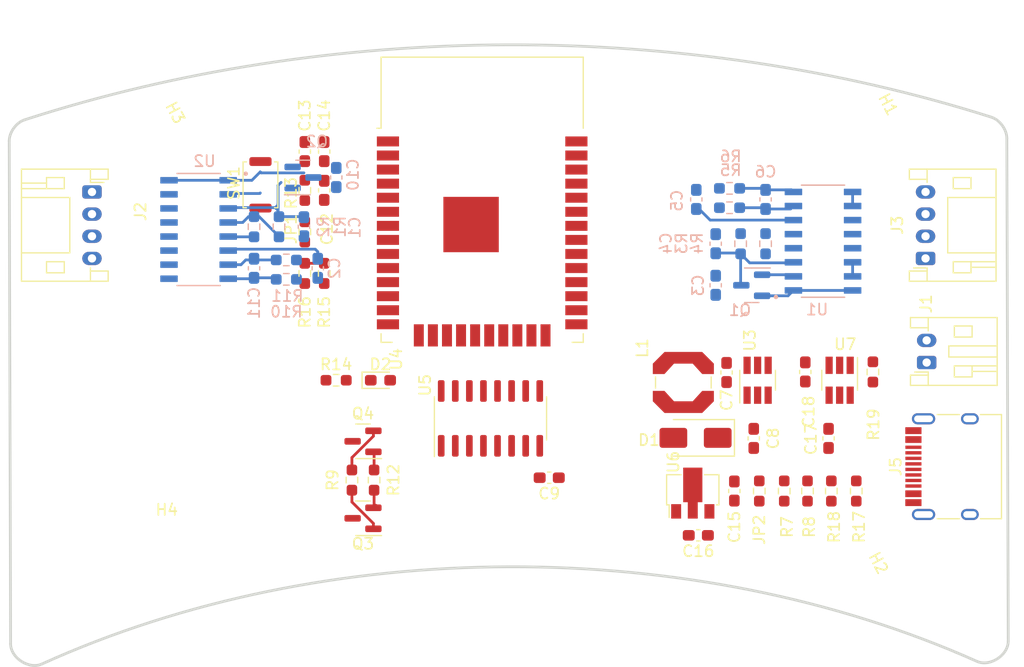
<source format=kicad_pcb>
(kicad_pcb (version 20221018) (generator pcbnew)
  (layers (0 "F.Cu" signal) (31 "B.Cu" signal) (34 "B.Paste" user) (35 "F.Paste" user) (36 "B.SilkS" user "B.Silkscreen") (37 "F.SilkS" user "F.Silkscreen") (38 "B.Mask" user) (39 "F.Mask" user) (44 "Edge.Cuts" user))
  (net 0 "")
  (net 1 "Net-(Q2-E)")
  (net 2 "GND")
  (net 3 "Net-(Q2-B)")
  (net 4 "Net-(U2-VBG)")
  (net 5 "Net-(U2-VFB)")
  (net 6 "Net-(U2-AGND)")
  (net 9 "/E+")
  (net 10 "Net-(Q1-E)")
  (net 11 "Net-(U1-VBG)")
  (net 12 "Net-(U1-INNA)")
  (net 13 "Net-(U1-INPA)")
  (net 14 "Net-(U2-INNA)")
  (net 15 "Net-(U2-INPA)")
  (net 16 "Net-(Q1-B)")
  (net 17 "/S-")
  (net 18 "/S+")
  (net 19 "Net-(U1-VFB)")
  (net 49 "Net-(U1-AGND)")
  (net 53 "+5V")
  (net 54 "/SW")
  (net 55 "Net-(U3-FB)")
  (net 56 "+BATT")
  (net 68 "/E+_1")
  (net 69 "/S+_1")
  (net 70 "/S-_1")
  (net 71 "+3.3V")
  (net 72 "ESP_EN")
  (net 73 "VCC")
  (net 74 "Net-(D2-K)")
  (net 75 "IO2")
  (net 76 "Net-(Q3-B)")
  (net 77 "RTS")
  (net 78 "Net-(Q4-B)")
  (net 79 "DTR")
  (net 80 "IO0")
  (net 81 "TX0")
  (net 82 "RX0")
  (net 83 "BTSENS")
  (net 84 "DP")
  (net 85 "DN")
  (net 93 "Net-(JP2-B)")
  (net 94 "VBUS")
  (net 95 "Net-(J5-CC1)")
  (net 97 "Net-(J5-CC2)")
  (net 100 "Net-(U7-PROG)")
  (footprint "Connector_JST:JST_PH_S4B-PH-K_1x04_P2.00mm_Horizontal" (layer "F.Cu") (at 107.8 88.555 -90)
    (fp_text reference "J2" (at 1.770273 -4.374152 90) (layer "F.SilkS"))
    (fp_text value "Conn_01x04")
    (pad "1" thru_hole roundrect (at 0 0 270) (size 1.2 1.75) (drill 0.75) (layers "*.Cu" "*.Mask") (roundrect_rratio 0.208333))
    (pad "2" thru_hole oval (at 2 0 270) (size 1.2 1.75) (drill 0.75) (layers "*.Cu" "*.Mask"))
    (pad "3" thru_hole oval (at 4 0 270) (size 1.2 1.75) (drill 0.75) (layers "*.Cu" "*.Mask"))
    (pad "4" thru_hole oval (at 6 0 270) (size 1.2 1.75) (drill 0.75) (layers "*.Cu" "*.Mask"))
  )
  (footprint "Resistor_SMD:R_0603_1608Metric_Pad0.98x0.95mm_HandSolder" (layer "F.Cu") (at 170.25 115.555 90)
    (fp_text reference "R7" (at -3.25 0.25 90) (layer "F.SilkS"))
    (fp_text value "150K")
    (pad "1" smd roundrect (at -0.9125 0 90) (size 0.975 0.95) (layers "F.Cu" "F.Paste" "F.Mask") (net 55 "Net-(U3-FB)"))
    (pad "2" smd roundrect (at 0.9125 0 90) (size 0.975 0.95) (layers "F.Cu" "F.Paste" "F.Mask") (net 53 "+5V"))
  )
  (footprint "Connector_USB:USB_C_Receptacle_HRO_TYPE-C-31-M-12" (layer "F.Cu") (at 185.95 113.355 90)
    (fp_text reference "J5" (at 0 -5.645 90) (layer "F.SilkS"))
    (fp_text value "USB_C_Receptacle_USB2.0")
    (pad "" np_thru_hole circle (at -2.89 -2.6 90) (size 0.65 0.65) (drill 0.65) (layers "*.Cu" "*.Mask"))
    (pad "" np_thru_hole circle (at 2.89 -2.6 90) (size 0.65 0.65) (drill 0.65) (layers "*.Cu" "*.Mask"))
    (pad "A1" smd rect (at -3.25 -4.045 90) (size 0.6 1.45) (layers "F.Cu" "F.Paste" "F.Mask") (net 2 "GND"))
    (pad "A4" smd rect (at -2.45 -4.045 90) (size 0.6 1.45) (layers "F.Cu" "F.Paste" "F.Mask") (net 94 "VBUS"))
    (pad "A5" smd rect (at -1.25 -4.045 90) (size 0.3 1.45) (layers "F.Cu" "F.Paste" "F.Mask") (net 95 "Net-(J5-CC1)"))
    (pad "A6" smd rect (at -0.25 -4.045 90) (size 0.3 1.45) (layers "F.Cu" "F.Paste" "F.Mask") (net 84 "DP"))
    (pad "A7" smd rect (at 0.25 -4.045 90) (size 0.3 1.45) (layers "F.Cu" "F.Paste" "F.Mask") (net 85 "DN"))
    (pad "A8" smd rect (at 1.25 -4.045 90) (size 0.3 1.45) (layers "F.Cu" "F.Paste" "F.Mask"))
    (pad "A9" smd rect (at 2.45 -4.045 90) (size 0.6 1.45) (layers "F.Cu" "F.Paste" "F.Mask") (net 94 "VBUS"))
    (pad "A12" smd rect (at 3.25 -4.045 90) (size 0.6 1.45) (layers "F.Cu" "F.Paste" "F.Mask") (net 2 "GND"))
    (pad "B1" smd rect (at 3.25 -4.045 90) (size 0.6 1.45) (layers "F.Cu" "F.Paste" "F.Mask") (net 2 "GND"))
    (pad "B4" smd rect (at 2.45 -4.045 90) (size 0.6 1.45) (layers "F.Cu" "F.Paste" "F.Mask") (net 94 "VBUS"))
    (pad "B5" smd rect (at 1.75 -4.045 90) (size 0.3 1.45) (layers "F.Cu" "F.Paste" "F.Mask") (net 97 "Net-(J5-CC2)"))
    (pad "B6" smd rect (at 0.75 -4.045 90) (size 0.3 1.45) (layers "F.Cu" "F.Paste" "F.Mask") (net 84 "DP"))
    (pad "B7" smd rect (at -0.75 -4.045 90) (size 0.3 1.45) (layers "F.Cu" "F.Paste" "F.Mask") (net 85 "DN"))
    (pad "B8" smd rect (at -1.75 -4.045 90) (size 0.3 1.45) (layers "F.Cu" "F.Paste" "F.Mask"))
    (pad "B9" smd rect (at -2.45 -4.045 90) (size 0.6 1.45) (layers "F.Cu" "F.Paste" "F.Mask") (net 94 "VBUS"))
    (pad "B12" smd rect (at -3.25 -4.045 90) (size 0.6 1.45) (layers "F.Cu" "F.Paste" "F.Mask") (net 2 "GND"))
    (pad "S1" thru_hole oval (at -4.32 -3.13 90) (size 1 2.1) (drill oval 0.6 1.7) (layers "*.Cu" "*.Mask"))
    (pad "S1" thru_hole oval (at -4.32 1.05 90) (size 1 1.6) (drill oval 0.6 1.2) (layers "*.Cu" "*.Mask"))
    (pad "S1" thru_hole oval (at 4.32 -3.13 90) (size 1 2.1) (drill oval 0.6 1.7) (layers "*.Cu" "*.Mask"))
    (pad "S1" thru_hole oval (at 4.32 1.05 90) (size 1 1.6) (drill oval 0.6 1.2) (layers "*.Cu" "*.Mask"))
  )
  (footprint "Diode_SMD:D_SMA" (layer "F.Cu") (at 162.25 110.755 180)
    (fp_text reference "D1" (at 4.2 -0.2) (layer "F.SilkS"))
    (fp_text value "SS34")
    (pad "1" smd roundrect (at -2 0 180) (size 2.5 1.8) (layers "F.Cu" "F.Paste" "F.Mask") (roundrect_rratio 0.1388888889) (net 53 "+5V"))
    (pad "2" smd roundrect (at 2 0 180) (size 2.5 1.8) (layers "F.Cu" "F.Paste" "F.Mask") (roundrect_rratio 0.1388888889) (net 54 "/SW"))
  )
  (footprint "Button_Switch_SMD:SW_Push_SPST_NO_Alps_SKRK" (layer "F.Cu") (at 123 87.91 -90)
    (fp_text reference "SW1" (at -0.1625 2.4 90) (layer "F.SilkS"))
    (fp_text value "SW_Omron_B3FS")
    (pad "1" smd roundrect (at -2.1 0 270) (size 0.8 2) (layers "F.Cu" "F.Paste" "F.Mask") (net 2 "GND"))
    (pad "2" smd roundrect (at 2.1 0 270) (size 0.8 2) (layers "F.Cu" "F.Paste" "F.Mask") (net 72 "ESP_EN"))
  )
  (footprint "Package_TO_SOT_SMD:SOT-23-6_Handsoldering" (layer "F.Cu") (at 167.85 105.555 90)
    (fp_text reference "U3" (at 3.6 -0.7 90) (layer "F.SilkS"))
    (fp_text value "SX1308")
    (pad "1" smd rect (at -1.35 -0.95 90) (size 1.56 0.65) (layers "F.Cu" "F.Paste" "F.Mask") (net 54 "/SW"))
    (pad "2" smd rect (at -1.35 0 90) (size 1.56 0.65) (layers "F.Cu" "F.Paste" "F.Mask") (net 2 "GND"))
    (pad "3" smd rect (at -1.35 0.95 90) (size 1.56 0.65) (layers "F.Cu" "F.Paste" "F.Mask") (net 55 "Net-(U3-FB)"))
    (pad "4" smd rect (at 1.35 0.95 90) (size 1.56 0.65) (layers "F.Cu" "F.Paste" "F.Mask") (net 56 "+BATT"))
    (pad "5" smd rect (at 1.35 0 90) (size 1.56 0.65) (layers "F.Cu" "F.Paste" "F.Mask") (net 56 "+BATT"))
    (pad "6" smd rect (at 1.35 -0.95 90) (size 1.56 0.65) (layers "F.Cu" "F.Paste" "F.Mask"))
  )
  (footprint "MountingHole:MountingHole_3.5mm" (layer "F.Cu") (at 175.65 82.755 -62)
    (fp_text reference "H1" (at 0 -4.5 118) (layer "F.SilkS"))
    (fp_text value "MountingHole")
    (pad "" np_thru_hole circle (at 0 0 298) (size 3.5 3.5) (drill 3.5) (layers "*.Cu" "*.Mask"))
  )
  (footprint "Capacitor_SMD:C_0603_1608Metric_Pad1.08x0.95mm_HandSolder" (layer "F.Cu") (at 165.75 115.555 -90)
    (fp_text reference "C15" (at 3.25 0 90) (layer "F.SilkS"))
    (fp_text value "22uF")
    (pad "1" smd roundrect (at -0.8625 0 270) (size 1.075 0.95) (layers "F.Cu" "F.Paste" "F.Mask") (net 93 "Net-(JP2-B)"))
    (pad "2" smd roundrect (at 0.8625 0 270) (size 1.075 0.95) (layers "F.Cu" "F.Paste" "F.Mask") (net 2 "GND"))
  )
  (footprint "LED_SMD:LED_0603_1608Metric_Pad1.05x0.95mm_HandSolder" (layer "F.Cu") (at 133.825 105.555)
    (fp_text reference "D2" (at 0 -1.43) (layer "F.SilkS"))
    (fp_text value "LED")
    (pad "1" smd roundrect (at -0.875 0) (size 1.05 0.95) (layers "F.Cu" "F.Paste" "F.Mask") (net 74 "Net-(D2-K)"))
    (pad "2" smd roundrect (at 0.875 0) (size 1.05 0.95) (layers "F.Cu" "F.Paste" "F.Mask") (net 75 "IO2"))
  )
  (footprint "Package_TO_SOT_SMD:SOT-23" (layer "F.Cu") (at 132.25 118.0175 180)
    (fp_text reference "Q3" (at 0 -2.3) (layer "F.SilkS"))
    (fp_text value "MMBT5550L")
    (pad "1" smd roundrect (at -0.9375 -0.95 180) (size 1.475 0.6) (layers "F.Cu" "F.Paste" "F.Mask") (net 76 "Net-(Q3-B)"))
    (pad "2" smd roundrect (at -0.9375 0.95 180) (size 1.475 0.6) (layers "F.Cu" "F.Paste" "F.Mask") (net 77 "RTS"))
    (pad "3" smd roundrect (at 0.9375 0 180) (size 1.475 0.6) (layers "F.Cu" "F.Paste" "F.Mask") (net 72 "ESP_EN"))
  )
  (footprint "Resistor_SMD:R_0603_1608Metric_Pad0.98x0.95mm_HandSolder" (layer "F.Cu") (at 172.35 115.555 -90)
    (fp_text reference "R8" (at 3.25 -0.15 90) (layer "F.SilkS"))
    (fp_text value "20K")
    (pad "1" smd roundrect (at -0.9125 0 270) (size 0.975 0.95) (layers "F.Cu" "F.Paste" "F.Mask") (net 2 "GND"))
    (pad "2" smd roundrect (at 0.9125 0 270) (size 0.975 0.95) (layers "F.Cu" "F.Paste" "F.Mask") (net 55 "Net-(U3-FB)"))
  )
  (footprint "Inductor_SMD:L_Coilcraft_LPS5030" (layer "F.Cu") (at 161.15 105.755 -90)
    (fp_text reference "L1" (at -3.1 3.7 90) (layer "F.SilkS"))
    (fp_text value "4.7uH")
    (pad "1" smd custom (at -2.2275 0 270) (size 1.055 3.4) (layers "F.Cu" "F.Paste" "F.Mask") (net 56 "+BATT") (options (clearance outline) (anchor rect)) (primitives (gr_poly (pts (xy 1.4675 -1.7) (xy 0.5275 -0.8445) (xy 0.5275 0.8445) (xy 1.4675 1.7) (xy 1.4675 2.755) (xy 0.5275 2.755) (xy -0.5275 1.7) (xy -0.5275 -1.7) (xy 0.5275 -2.755) (xy 1.4675 -2.755)) (width 0) (fill yes))))
    (pad "2" smd custom (at 2.2275 0 270) (size 1.055 3.4) (layers "F.Cu" "F.Paste" "F.Mask") (net 54 "/SW") (options (clearance outline) (anchor rect)) (primitives (gr_poly (pts (xy 0.5275 -1.7) (xy 0.5275 1.7) (xy -0.5275 2.755) (xy -1.4675 2.755) (xy -1.4675 1.7) (xy -0.5275 0.8445) (xy -0.5275 -0.8445) (xy -1.4675 -1.7) (xy -1.4675 -2.755) (xy -0.5275 -2.755)) (width 0) (fill yes))))
  )
  (footprint "Package_TO_SOT_SMD:SOT-23" (layer "F.Cu") (at 132.25 111.0675 180)
    (fp_text reference "Q4" (at 0 2.5) (layer "F.SilkS"))
    (fp_text value "MMBT5550L")
    (pad "1" smd roundrect (at -0.9375 -0.95 180) (size 1.475 0.6) (layers "F.Cu" "F.Paste" "F.Mask") (net 78 "Net-(Q4-B)"))
    (pad "2" smd roundrect (at -0.9375 0.95 180) (size 1.475 0.6) (layers "F.Cu" "F.Paste" "F.Mask") (net 79 "DTR"))
    (pad "3" smd roundrect (at 0.9375 0 180) (size 1.475 0.6) (layers "F.Cu" "F.Paste" "F.Mask") (net 80 "IO0"))
  )
  (footprint "MountingHole:MountingHole_3.5mm" (layer "F.Cu") (at 114.55 121.755)
    (fp_text reference "H4" (at 0 -4.5) (layer "F.SilkS"))
    (fp_text value "MountingHole")
    (pad "" np_thru_hole circle (at 0 0) (size 3.5 3.5) (drill 3.5) (layers "*.Cu" "*.Mask"))
  )
  (footprint "Resistor_SMD:R_0603_1608Metric_Pad0.98x0.95mm_HandSolder" (layer "F.Cu") (at 127 95.91 90)
    (fp_text reference "R16" (at -3.5 0 90) (layer "F.SilkS"))
    (fp_text value "250K")
    (pad "1" smd roundrect (at -0.9125 0 90) (size 0.975 0.95) (layers "F.Cu" "F.Paste" "F.Mask") (net 2 "GND"))
    (pad "2" smd roundrect (at 0.9125 0 90) (size 0.975 0.95) (layers "F.Cu" "F.Paste" "F.Mask") (net 83 "BTSENS"))
  )
  (footprint "Capacitor_SMD:C_0603_1608Metric_Pad1.08x0.95mm_HandSolder" (layer "F.Cu") (at 165.05 104.855 -90)
    (fp_text reference "C7" (at 2.5 0 90) (layer "F.SilkS"))
    (fp_text value "22uF")
    (pad "1" smd roundrect (at -0.8625 0 270) (size 1.075 0.95) (layers "F.Cu" "F.Paste" "F.Mask") (net 56 "+BATT"))
    (pad "2" smd roundrect (at 0.8625 0 270) (size 1.075 0.95) (layers "F.Cu" "F.Paste" "F.Mask") (net 2 "GND"))
  )
  (footprint "Resistor_SMD:R_0603_1608Metric_Pad0.98x0.95mm_HandSolder" (layer "F.Cu") (at 131.25 114.5675 90)
    (fp_text reference "R9" (at 0 -1.75 90) (layer "F.SilkS"))
    (fp_text value "10K")
    (pad "1" smd roundrect (at -0.9125 0 90) (size 0.975 0.95) (layers "F.Cu" "F.Paste" "F.Mask") (net 76 "Net-(Q3-B)"))
    (pad "2" smd roundrect (at 0.9125 0 90) (size 0.975 0.95) (layers "F.Cu" "F.Paste" "F.Mask") (net 79 "DTR"))
  )
  (footprint "Capacitor_SMD:C_0603_1608Metric_Pad1.08x0.95mm_HandSolder" (layer "F.Cu") (at 127 84.91 90)
    (fp_text reference "C13" (at 3.25 0 90) (layer "F.SilkS"))
    (fp_text value "100nF")
    (pad "1" smd roundrect (at -0.8625 0 90) (size 1.075 0.95) (layers "F.Cu" "F.Paste" "F.Mask") (net 73 "VCC"))
    (pad "2" smd roundrect (at 0.8625 0 90) (size 1.075 0.95) (layers "F.Cu" "F.Paste" "F.Mask") (net 2 "GND"))
  )
  (footprint "Resistor_SMD:R_0603_1608Metric_Pad0.98x0.95mm_HandSolder" (layer "F.Cu") (at 128.75 95.91 -90)
    (fp_text reference "R15" (at 3.5 0 90) (layer "F.SilkS"))
    (fp_text value "500K")
    (pad "1" smd roundrect (at -0.9125 0 270) (size 0.975 0.95) (layers "F.Cu" "F.Paste" "F.Mask") (net 83 "BTSENS"))
    (pad "2" smd roundrect (at 0.9125 0 270) (size 0.975 0.95) (layers "F.Cu" "F.Paste" "F.Mask") (net 56 "+BATT"))
  )
  (footprint "Connector_JST:JST_PH_S2B-PH-K_1x02_P2.00mm_Horizontal" (layer "F.Cu") (at 183.1 103.955 90)
    (fp_text reference "J1" (at 5.3 -0.05 90) (layer "F.SilkS"))
    (fp_text value "Conn_01x02")
    (pad "1" thru_hole roundrect (at 0 0 90) (size 1.2 1.75) (drill 0.75) (layers "*.Cu" "*.Mask") (roundrect_rratio 0.208333))
    (pad "2" thru_hole oval (at 2 0 90) (size 1.2 1.75) (drill 0.75) (layers "*.Cu" "*.Mask"))
  )
  (footprint "Package_SO:SOIC-16_3.9x9.9mm_P1.27mm" (layer "F.Cu") (at 143.75 109 90)
    (fp_text reference "U5" (at 3 -5.9 90) (layer "F.SilkS"))
    (fp_text value "CH340C")
    (pad "1" smd roundrect (at -2.475 -4.445 90) (size 1.95 0.6) (layers "F.Cu" "F.Paste" "F.Mask") (net 2 "GND"))
    (pad "2" smd roundrect (at -2.475 -3.175 90) (size 1.95 0.6) (layers "F.Cu" "F.Paste" "F.Mask") (net 82 "RX0"))
    (pad "3" smd roundrect (at -2.475 -1.905 90) (size 1.95 0.6) (layers "F.Cu" "F.Paste" "F.Mask") (net 81 "TX0"))
    (pad "4" smd roundrect (at -2.475 -0.635 90) (size 1.95 0.6) (layers "F.Cu" "F.Paste" "F.Mask") (net 71 "+3.3V"))
    (pad "5" smd roundrect (at -2.475 0.635 90) (size 1.95 0.6) (layers "F.Cu" "F.Paste" "F.Mask") (net 84 "DP"))
    (pad "6" smd roundrect (at -2.475 1.905 90) (size 1.95 0.6) (layers "F.Cu" "F.Paste" "F.Mask") (net 85 "DN"))
    (pad "7" smd roundrect (at -2.475 3.175 90) (size 1.95 0.6) (layers "F.Cu" "F.Paste" "F.Mask"))
    (pad "8" smd roundrect (at -2.475 4.445 90) (size 1.95 0.6) (layers "F.Cu" "F.Paste" "F.Mask"))
    (pad "9" smd roundrect (at 2.475 4.445 90) (size 1.95 0.6) (layers "F.Cu" "F.Paste" "F.Mask"))
    (pad "10" smd roundrect (at 2.475 3.175 90) (size 1.95 0.6) (layers "F.Cu" "F.Paste" "F.Mask"))
    (pad "11" smd roundrect (at 2.475 1.905 90) (size 1.95 0.6) (layers "F.Cu" "F.Paste" "F.Mask"))
    (pad "12" smd roundrect (at 2.475 0.635 90) (size 1.95 0.6) (layers "F.Cu" "F.Paste" "F.Mask"))
    (pad "13" smd roundrect (at 2.475 -0.635 90) (size 1.95 0.6) (layers "F.Cu" "F.Paste" "F.Mask") (net 79 "DTR"))
    (pad "14" smd roundrect (at 2.475 -1.905 90) (size 1.95 0.6) (layers "F.Cu" "F.Paste" "F.Mask") (net 77 "RTS"))
    (pad "15" smd roundrect (at 2.475 -3.175 90) (size 1.95 0.6) (layers "F.Cu" "F.Paste" "F.Mask"))
    (pad "16" smd roundrect (at 2.475 -4.445 90) (size 1.95 0.6) (layers "F.Cu" "F.Paste" "F.Mask") (net 71 "+3.3V"))
  )
  (footprint "Resistor_SMD:R_0603_1608Metric_Pad0.98x0.95mm_HandSolder" (layer "F.Cu") (at 133.25 114.5675 -90)
    (fp_text reference "R12" (at 0 -1.75 -270) (layer "F.SilkS"))
    (fp_text value "10K")
    (pad "1" smd roundrect (at -0.9125 0 270) (size 0.975 0.95) (layers "F.Cu" "F.Paste" "F.Mask") (net 78 "Net-(Q4-B)"))
    (pad "2" smd roundrect (at 0.9125 0 270) (size 0.975 0.95) (layers "F.Cu" "F.Paste" "F.Mask") (net 77 "RTS"))
  )
  (footprint "Package_TO_SOT_SMD:SOT-89-3" (layer "F.Cu") (at 162 115.4425 90)
    (fp_text reference "U6" (at 2.5 -1.75 90) (layer "F.SilkS"))
    (fp_text value "HT7833-1-SOT89")
    (pad "1" smd rect (at -1.95 -1.5 90) (size 1.3 0.9) (layers "F.Cu" "F.Paste" "F.Mask") (net 2 "GND"))
    (pad "2" smd custom (at -1.8625 0 90) (size 1.475 0.9) (layers "F.Cu" "F.Paste" "F.Mask") (net 93 "Net-(JP2-B)") (options (clearance outline) (anchor rect)) (primitives (gr_poly (pts (xy 3.8625 0.8665) (xy 0.7375 0.8665) (xy 0.7375 -0.8665) (xy 3.8625 -0.8665)) (width 0) (fill yes))))
    (pad "3" smd rect (at -1.95 1.5 90) (size 1.3 0.9) (layers "F.Cu" "F.Paste" "F.Mask") (net 71 "+3.3V"))
  )
  (footprint "Connector_JST:JST_PH_S4B-PH-K_1x04_P2.00mm_Horizontal" (layer "F.Cu") (at 183 94.555 90)
    (fp_text reference "J3" (at 3 -2.55 90) (layer "F.SilkS"))
    (fp_text value "Conn_01x04")
    (pad "1" thru_hole roundrect (at 0 0 90) (size 1.2 1.75) (drill 0.75) (layers "*.Cu" "*.Mask") (roundrect_rratio 0.208333))
    (pad "2" thru_hole oval (at 2 0 90) (size 1.2 1.75) (drill 0.75) (layers "*.Cu" "*.Mask"))
    (pad "3" thru_hole oval (at 4 0 90) (size 1.2 1.75) (drill 0.75) (layers "*.Cu" "*.Mask"))
    (pad "4" thru_hole oval (at 6 0 90) (size 1.2 1.75) (drill 0.75) (layers "*.Cu" "*.Mask"))
  )
  (footprint "Capacitor_SMD:C_0603_1608Metric_Pad1.08x0.95mm_HandSolder" (layer "F.Cu") (at 128.75 88.41 -90)
    (fp_text reference "C12" (at 3.5 -0.25 90) (layer "F.SilkS"))
    (fp_text value "100nF")
    (pad "1" smd roundrect (at -0.8625 0 270) (size 1.075 0.95) (layers "F.Cu" "F.Paste" "F.Mask") (net 72 "ESP_EN"))
    (pad "2" smd roundrect (at 0.8625 0 270) (size 1.075 0.95) (layers "F.Cu" "F.Paste" "F.Mask") (net 2 "GND"))
  )
  (footprint "MountingHole:MountingHole_3.5mm" (layer "F.Cu") (at 113 83 -62)
    (fp_text reference "H3" (at -0.32593 -2.789146 118) (layer "F.SilkS"))
    (fp_text value "MountingHole")
    (pad "" np_thru_hole circle (at 0 0 298) (size 3.5 3.5) (drill 3.5) (layers "*.Cu" "*.Mask"))
  )
  (footprint "Capacitor_SMD:C_0603_1608Metric_Pad1.08x0.95mm_HandSolder" (layer "F.Cu") (at 172.15 104.805 90)
    (fp_text reference "C18" (at -3.6 0.3 90) (layer "F.SilkS"))
    (fp_text value "10uF")
    (pad "1" smd roundrect (at -0.8625 0 90) (size 1.075 0.95) (layers "F.Cu" "F.Paste" "F.Mask") (net 2 "GND"))
    (pad "2" smd roundrect (at 0.8625 0 90) (size 1.075 0.95) (layers "F.Cu" "F.Paste" "F.Mask") (net 56 "+BATT"))
  )
  (footprint "Resistor_SMD:R_0603_1608Metric_Pad0.98x0.95mm_HandSolder" (layer "F.Cu") (at 127 92.16 90)
    (fp_text reference "JP1" (at 0.25 -1.25 90) (layer "F.SilkS"))
    (fp_text value "jumper")
    (pad "1" smd roundrect (at -0.9125 0 90) (size 0.975 0.95) (layers "F.Cu" "F.Paste" "F.Mask") (net 71 "+3.3V"))
    (pad "2" smd roundrect (at 0.9125 0 90) (size 0.975 0.95) (layers "F.Cu" "F.Paste" "F.Mask") (net 73 "VCC"))
  )
  (footprint "Resistor_SMD:R_0603_1608Metric_Pad0.98x0.95mm_HandSolder" (layer "F.Cu") (at 168 115.555 -90)
    (fp_text reference "JP2" (at 3.5 0 90) (layer "F.SilkS"))
    (fp_text value "jumper")
    (pad "1" smd roundrect (at -0.9125 0 270) (size 0.975 0.95) (layers "F.Cu" "F.Paste" "F.Mask") (net 53 "+5V"))
    (pad "2" smd roundrect (at 0.9125 0 270) (size 0.975 0.95) (layers "F.Cu" "F.Paste" "F.Mask") (net 93 "Net-(JP2-B)"))
  )
  (footprint "Resistor_SMD:R_0603_1608Metric_Pad0.98x0.95mm_HandSolder" (layer "F.Cu") (at 127 88.41 -90)
    (fp_text reference "R13" (at 0.25 1.25 90) (layer "F.SilkS"))
    (fp_text value "10K")
    (pad "1" smd roundrect (at -0.9125 0 270) (size 0.975 0.95) (layers "F.Cu" "F.Paste" "F.Mask") (net 72 "ESP_EN"))
    (pad "2" smd roundrect (at 0.9125 0 270) (size 0.975 0.95) (layers "F.Cu" "F.Paste" "F.Mask") (net 73 "VCC"))
  )
  (footprint "RF_Module:ESP32-WROOM-32" (layer "F.Cu") (at 143 92.25)
    (fp_text reference "U4" (at -7.75 11.405 90) (layer "F.SilkS"))
    (fp_text value "ESP32-WROOM-32D")
    (pad "1" smd rect (at -8.5 -8.255) (size 2 0.9) (layers "F.Cu" "F.Paste" "F.Mask") (net 2 "GND"))
    (pad "2" smd rect (at -8.5 -6.985) (size 2 0.9) (layers "F.Cu" "F.Paste" "F.Mask") (net 73 "VCC"))
    (pad "3" smd rect (at -8.5 -5.715) (size 2 0.9) (layers "F.Cu" "F.Paste" "F.Mask") (net 72 "ESP_EN"))
    (pad "4" smd rect (at -8.5 -4.445) (size 2 0.9) (layers "F.Cu" "F.Paste" "F.Mask"))
    (pad "5" smd rect (at -8.5 -3.175) (size 2 0.9) (layers "F.Cu" "F.Paste" "F.Mask"))
    (pad "6" smd rect (at -8.5 -1.905) (size 2 0.9) (layers "F.Cu" "F.Paste" "F.Mask") (net 83 "BTSENS"))
    (pad "7" smd rect (at -8.5 -0.635) (size 2 0.9) (layers "F.Cu" "F.Paste" "F.Mask"))
    (pad "8" smd rect (at -8.5 0.635) (size 2 0.9) (layers "F.Cu" "F.Paste" "F.Mask"))
    (pad "9" smd rect (at -8.5 1.905) (size 2 0.9) (layers "F.Cu" "F.Paste" "F.Mask"))
    (pad "10" smd rect (at -8.5 3.175) (size 2 0.9) (layers "F.Cu" "F.Paste" "F.Mask"))
    (pad "11" smd rect (at -8.5 4.445) (size 2 0.9) (layers "F.Cu" "F.Paste" "F.Mask"))
    (pad "12" smd rect (at -8.5 5.715) (size 2 0.9) (layers "F.Cu" "F.Paste" "F.Mask"))
    (pad "13" smd rect (at -8.5 6.985) (size 2 0.9) (layers "F.Cu" "F.Paste" "F.Mask"))
    (pad "14" smd rect (at -8.5 8.255) (size 2 0.9) (layers "F.Cu" "F.Paste" "F.Mask"))
    (pad "15" smd rect (at -5.715 9.255 90) (size 2 0.9) (layers "F.Cu" "F.Paste" "F.Mask") (net 2 "GND"))
    (pad "16" smd rect (at -4.445 9.255 90) (size 2 0.9) (layers "F.Cu" "F.Paste" "F.Mask"))
    (pad "17" smd rect (at -3.175 9.255 90) (size 2 0.9) (layers "F.Cu" "F.Paste" "F.Mask"))
    (pad "18" smd rect (at -1.905 9.255 90) (size 2 0.9) (layers "F.Cu" "F.Paste" "F.Mask"))
    (pad "19" smd rect (at -0.635 9.255 90) (size 2 0.9) (layers "F.Cu" "F.Paste" "F.Mask"))
    (pad "20" smd rect (at 0.635 9.255 90) (size 2 0.9) (layers "F.Cu" "F.Paste" "F.Mask"))
    (pad "21" smd rect (at 1.905 9.255 90) (size 2 0.9) (layers "F.Cu" "F.Paste" "F.Mask"))
    (pad "22" smd rect (at 3.175 9.255 90) (size 2 0.9) (layers "F.Cu" "F.Paste" "F.Mask"))
    (pad "23" smd rect (at 4.445 9.255 90) (size 2 0.9) (layers "F.Cu" "F.Paste" "F.Mask"))
    (pad "24" smd rect (at 5.715 9.255 90) (size 2 0.9) (layers "F.Cu" "F.Paste" "F.Mask") (net 75 "IO2"))
    (pad "25" smd rect (at 8.5 8.255) (size 2 0.9) (layers "F.Cu" "F.Paste" "F.Mask") (net 80 "IO0"))
    (pad "26" smd rect (at 8.5 6.985) (size 2 0.9) (layers "F.Cu" "F.Paste" "F.Mask"))
    (pad "27" smd rect (at 8.5 5.715) (size 2 0.9) (layers "F.Cu" "F.Paste" "F.Mask"))
    (pad "28" smd rect (at 8.5 4.445) (size 2 0.9) (layers "F.Cu" "F.Paste" "F.Mask"))
    (pad "29" smd rect (at 8.5 3.175) (size 2 0.9) (layers "F.Cu" "F.Paste" "F.Mask"))
    (pad "30" smd rect (at 8.5 1.905) (size 2 0.9) (layers "F.Cu" "F.Paste" "F.Mask"))
    (pad "31" smd rect (at 8.5 0.635) (size 2 0.9) (layers "F.Cu" "F.Paste" "F.Mask"))
    (pad "32" smd rect (at 8.5 -0.635) (size 2 0.9) (layers "F.Cu" "F.Paste" "F.Mask"))
    (pad "33" smd rect (at 8.5 -1.905) (size 2 0.9) (layers "F.Cu" "F.Paste" "F.Mask"))
    (pad "34" smd rect (at 8.5 -3.175) (size 2 0.9) (layers "F.Cu" "F.Paste" "F.Mask") (net 82 "RX0"))
    (pad "35" smd rect (at 8.5 -4.445) (size 2 0.9) (layers "F.Cu" "F.Paste" "F.Mask") (net 81 "TX0"))
    (pad "36" smd rect (at 8.5 -5.715) (size 2 0.9) (layers "F.Cu" "F.Paste" "F.Mask"))
    (pad "37" smd rect (at 8.5 -6.985) (size 2 0.9) (layers "F.Cu" "F.Paste" "F.Mask"))
    (pad "38" smd rect (at 8.5 -8.255) (size 2 0.9) (layers "F.Cu" "F.Paste" "F.Mask") (net 2 "GND"))
    (pad "39" smd rect (at -1 -0.755) (size 5 5) (layers "F.Cu" "F.Paste" "F.Mask") (net 2 "GND"))
  )
  (footprint "Resistor_SMD:R_0603_1608Metric_Pad0.98x0.95mm_HandSolder" (layer "F.Cu") (at 176.75 115.555 90)
    (fp_text reference "R17" (at -3.25 0.25 270) (layer "F.SilkS"))
    (fp_text value "5.1K")
    (pad "1" smd roundrect (at -0.9125 0 90) (size 0.975 0.95) (layers "F.Cu" "F.Paste" "F.Mask") (net 2 "GND"))
    (pad "2" smd roundrect (at 0.9125 0 90) (size 0.975 0.95) (layers "F.Cu" "F.Paste" "F.Mask") (net 97 "Net-(J5-CC2)"))
  )
  (footprint "Capacitor_SMD:C_0603_1608Metric_Pad1.08x0.95mm_HandSolder" (layer "F.Cu") (at 128.75 84.91 90)
    (fp_text reference "C14" (at 3.25 0 90) (layer "F.SilkS"))
    (fp_text value "22uF")
    (pad "1" smd roundrect (at -0.8625 0 90) (size 1.075 0.95) (layers "F.Cu" "F.Paste" "F.Mask") (net 73 "VCC"))
    (pad "2" smd roundrect (at 0.8625 0 90) (size 1.075 0.95) (layers "F.Cu" "F.Paste" "F.Mask") (net 2 "GND"))
  )
  (footprint "Package_TO_SOT_SMD:SOT-23-6_Handsoldering" (layer "F.Cu") (at 175.25 105.555 -90)
    (fp_text reference "U7" (at -3.25 -0.5) (layer "F.SilkS"))
    (fp_text value "TP4057")
    (pad "1" smd rect (at -1.35 -0.95 270) (size 1.56 0.65) (layers "F.Cu" "F.Paste" "F.Mask"))
    (pad "2" smd rect (at -1.35 0 270) (size 1.56 0.65) (layers "F.Cu" "F.Paste" "F.Mask") (net 2 "GND"))
    (pad "3" smd rect (at -1.35 0.95 270) (size 1.56 0.65) (layers "F.Cu" "F.Paste" "F.Mask") (net 56 "+BATT"))
    (pad "4" smd rect (at 1.35 0.95 270) (size 1.56 0.65) (layers "F.Cu" "F.Paste" "F.Mask") (net 94 "VBUS"))
    (pad "5" smd rect (at 1.35 0 270) (size 1.56 0.65) (layers "F.Cu" "F.Paste" "F.Mask"))
    (pad "6" smd rect (at 1.35 -0.95 270) (size 1.56 0.65) (layers "F.Cu" "F.Paste" "F.Mask") (net 100 "Net-(U7-PROG)"))
  )
  (footprint "Resistor_SMD:R_0603_1608Metric_Pad0.98x0.95mm_HandSolder" (layer "F.Cu") (at 129.825 105.555)
    (fp_text reference "R14" (at 0 -1.43) (layer "F.SilkS"))
    (fp_text value "10K")
    (pad "1" smd roundrect (at -0.9125 0) (size 0.975 0.95) (layers "F.Cu" "F.Paste" "F.Mask") (net 2 "GND"))
    (pad "2" smd roundrect (at 0.9125 0) (size 0.975 0.95) (layers "F.Cu" "F.Paste" "F.Mask") (net 74 "Net-(D2-K)"))
  )
  (footprint "Resistor_SMD:R_0603_1608Metric_Pad0.98x0.95mm_HandSolder" (layer "F.Cu") (at 174.5 115.555 90)
    (fp_text reference "R18" (at -3.25 0.25 270) (layer "F.SilkS"))
    (fp_text value "5.1K")
    (pad "1" smd roundrect (at -0.9125 0 90) (size 0.975 0.95) (layers "F.Cu" "F.Paste" "F.Mask") (net 2 "GND"))
    (pad "2" smd roundrect (at 0.9125 0 90) (size 0.975 0.95) (layers "F.Cu" "F.Paste" "F.Mask") (net 95 "Net-(J5-CC1)"))
  )
  (footprint "MountingHole:MountingHole_3.5mm" (layer "F.Cu") (at 176 122.305 -62)
    (fp_text reference "H2" (at 1.07031 -2.545474 118) (layer "F.SilkS"))
    (fp_text value "MountingHole")
    (pad "" np_thru_hole circle (at 0 0 298) (size 3.5 3.5) (drill 3.5) (layers "*.Cu" "*.Mask"))
  )
  (footprint "Capacitor_SMD:C_0603_1608Metric_Pad1.08x0.95mm_HandSolder" (layer "F.Cu") (at 174.25 110.805 90)
    (fp_text reference "C17" (at -0.05 -1.6 90) (layer "F.SilkS"))
    (fp_text value "10uF")
    (pad "1" smd roundrect (at -0.8625 0 90) (size 1.075 0.95) (layers "F.Cu" "F.Paste" "F.Mask") (net 2 "GND"))
    (pad "2" smd roundrect (at 0.8625 0 90) (size 1.075 0.95) (layers "F.Cu" "F.Paste" "F.Mask") (net 94 "VBUS"))
  )
  (footprint "Capacitor_SMD:C_0603_1608Metric_Pad1.08x0.95mm_HandSolder" (layer "F.Cu") (at 167.5 110.805 -90)
    (fp_text reference "C8" (at 0 -1.75 90) (layer "F.SilkS"))
    (fp_text value "22uF")
    (pad "1" smd roundrect (at -0.8625 0 270) (size 1.075 0.95) (layers "F.Cu" "F.Paste" "F.Mask") (net 53 "+5V"))
    (pad "2" smd roundrect (at 0.8625 0 270) (size 1.075 0.95) (layers "F.Cu" "F.Paste" "F.Mask") (net 2 "GND"))
  )
  (footprint "Capacitor_SMD:C_0603_1608Metric_Pad1.08x0.95mm_HandSolder" (layer "F.Cu") (at 162.5 119.555 180)
    (fp_text reference "C16" (at 0 -1.43) (layer "F.SilkS"))
    (fp_text value "22uF")
    (pad "1" smd roundrect (at -0.8625 0 180) (size 1.075 0.95) (layers "F.Cu" "F.Paste" "F.Mask") (net 71 "+3.3V"))
    (pad "2" smd roundrect (at 0.8625 0 180) (size 1.075 0.95) (layers "F.Cu" "F.Paste" "F.Mask") (net 2 "GND"))
  )
  (footprint "Capacitor_SMD:C_0603_1608Metric_Pad1.08x0.95mm_HandSolder" (layer "F.Cu") (at 149.05 114.355 180)
    (fp_text reference "C9" (at 0 -1.43) (layer "F.SilkS"))
    (fp_text value "100nF")
    (pad "1" smd roundrect (at -0.8625 0 180) (size 1.075 0.95) (layers "F.Cu" "F.Paste" "F.Mask") (net 71 "+3.3V"))
    (pad "2" smd roundrect (at 0.8625 0 180) (size 1.075 0.95) (layers "F.Cu" "F.Paste" "F.Mask") (net 2 "GND"))
  )
  (footprint "Resistor_SMD:R_0603_1608Metric_Pad0.98x0.95mm_HandSolder" (layer "F.Cu") (at 178.25 104.805 -90)
    (fp_text reference "R19" (at 4.75 -0.05 90) (layer "F.SilkS"))
    (fp_text value "1.6K")
    (pad "1" smd roundrect (at -0.9125 0 270) (size 0.975 0.95) (layers "F.Cu" "F.Paste" "F.Mask") (net 2 "GND"))
    (pad "2" smd roundrect (at 0.9125 0 270) (size 0.975 0.95) (layers "F.Cu" "F.Paste" "F.Mask") (net 100 "Net-(U7-PROG)"))
  )
  (footprint "Package_TO_SOT_SMD:SOT-23" (layer "B.Cu") (at 126.8375 87.25)
    (fp_text reference "Q2" (at 1.25 -3.25) (layer "B.SilkS") (effects (justify mirror)))
    (fp_text value "BC860")
    (pad "1" smd roundrect (at -0.9375 0.95) (size 1.475 0.6) (layers "B.Cu" "B.Paste" "B.Mask") (net 3 "Net-(Q2-B)"))
    (pad "2" smd roundrect (at -0.9375 -0.95) (size 1.475 0.6) (layers "B.Cu" "B.Paste" "B.Mask") (net 1 "Net-(Q2-E)"))
    (pad "3" smd roundrect (at 0.9375 0) (size 1.475 0.6) (layers "B.Cu" "B.Paste" "B.Mask") (net 68 "/E+_1"))
  )
  (footprint "Resistor_SMD:R_0603_1608Metric_Pad0.98x0.95mm_HandSolder" (layer "B.Cu") (at 125.332501 94.695001 180)
    (fp_text reference "R11" (at -0.0875 -3.25) (layer "B.SilkS") (effects (justify mirror)))
    (fp_text value "R_US")
    (pad "1" smd roundrect (at -0.9125 0 180) (size 0.975 0.95) (layers "B.Cu" "B.Paste" "B.Mask") (net 70 "/S-_1"))
    (pad "2" smd roundrect (at 0.9125 0 180) (size 0.975 0.95) (layers "B.Cu" "B.Paste" "B.Mask") (net 14 "Net-(U2-INNA)"))
  )
  (footprint "Capacitor_SMD:C_0603_1608Metric_Pad1.08x0.95mm_HandSolder" (layer "B.Cu") (at 129.837499 87.249999 -90)
    (fp_text reference "C10" (at -0.25 -1.5 90) (layer "B.SilkS") (effects (justify mirror)))
    (fp_text value "C_Small")
    (pad "1" smd roundrect (at -0.8625 0 270) (size 1.075 0.95) (layers "B.Cu" "B.Paste" "B.Mask") (net 1 "Net-(Q2-E)"))
    (pad "2" smd roundrect (at 0.8625 0 270) (size 1.075 0.95) (layers "B.Cu" "B.Paste" "B.Mask") (net 2 "GND"))
  )
  (footprint "Capacitor_SMD:C_0603_1608Metric_Pad1.08x0.95mm_HandSolder" (layer "B.Cu") (at 128.170002 95.445001 -90)
    (fp_text reference "C2" (at 0 -1.5 90) (layer "B.SilkS") (effects (justify mirror)))
    (fp_text value "C_Small")
    (pad "1" smd roundrect (at -0.8625 0 270) (size 1.075 0.95) (layers "B.Cu" "B.Paste" "B.Mask") (net 4 "Net-(U2-VBG)"))
    (pad "2" smd roundrect (at 0.8625 0 270) (size 1.075 0.95) (layers "B.Cu" "B.Paste" "B.Mask") (net 2 "GND"))
  )
  (footprint "Capacitor_SMD:C_0603_1608Metric_Pad1.08x0.95mm_HandSolder" (layer "B.Cu") (at 122.420002 95.445 -90)
    (fp_text reference "C11" (at 3.1375 0 90) (layer "B.SilkS") (effects (justify mirror)))
    (fp_text value "C_Small")
    (pad "1" smd roundrect (at -0.8625 0 270) (size 1.075 0.95) (layers "B.Cu" "B.Paste" "B.Mask") (net 14 "Net-(U2-INNA)"))
    (pad "2" smd roundrect (at 0.8625 0 270) (size 1.075 0.95) (layers "B.Cu" "B.Paste" "B.Mask") (net 15 "Net-(U2-INPA)"))
  )
  (footprint "HX711:SOP127P600X180-16N" (layer "B.Cu") (at 117.42 91.945 180)
    (fp_text reference "U2" (at -0.535 6.172) (layer "B.SilkS") (effects (justify mirror)))
    (fp_text value "HX711")
    (pad "1" smd roundrect (at -2.67 4.445 180) (size 1.58 0.59) (layers "B.Cu" "B.Paste" "B.Mask") (roundrect_rratio 0.07) (net 1 "Net-(Q2-E)"))
    (pad "2" smd roundrect (at -2.67 3.175 180) (size 1.58 0.59) (layers "B.Cu" "B.Paste" "B.Mask") (roundrect_rratio 0.07) (net 3 "Net-(Q2-B)"))
    (pad "3" smd roundrect (at -2.67 1.905 180) (size 1.58 0.59) (layers "B.Cu" "B.Paste" "B.Mask") (roundrect_rratio 0.07) (net 68 "/E+_1"))
    (pad "4" smd roundrect (at -2.67 0.635 180) (size 1.58 0.59) (layers "B.Cu" "B.Paste" "B.Mask") (roundrect_rratio 0.07) (net 5 "Net-(U2-VFB)"))
    (pad "5" smd roundrect (at -2.67 -0.635 180) (size 1.58 0.59) (layers "B.Cu" "B.Paste" "B.Mask") (roundrect_rratio 0.07) (net 6 "Net-(U2-AGND)"))
    (pad "6" smd roundrect (at -2.67 -1.905 180) (size 1.58 0.59) (layers "B.Cu" "B.Paste" "B.Mask") (roundrect_rratio 0.07) (net 4 "Net-(U2-VBG)"))
    (pad "7" smd roundrect (at -2.67 -3.175 180) (size 1.58 0.59) (layers "B.Cu" "B.Paste" "B.Mask") (roundrect_rratio 0.07) (net 14 "Net-(U2-INNA)"))
    (pad "8" smd roundrect (at -2.67 -4.445 180) (size 1.58 0.59) (layers "B.Cu" "B.Paste" "B.Mask") (roundrect_rratio 0.07) (net 15 "Net-(U2-INPA)"))
    (pad "9" smd roundrect (at 2.67 -4.445 180) (size 1.58 0.59) (layers "B.Cu" "B.Paste" "B.Mask") (roundrect_rratio 0.07) (net 2 "GND"))
    (pad "10" smd roundrect (at 2.67 -3.175 180) (size 1.58 0.59) (layers "B.Cu" "B.Paste" "B.Mask") (roundrect_rratio 0.07) (net 2 "GND"))
    (pad "11" smd roundrect (at 2.67 -1.905 180) (size 1.58 0.59) (layers "B.Cu" "B.Paste" "B.Mask") (roundrect_rratio 0.07))
    (pad "12" smd roundrect (at 2.67 -0.635 180) (size 1.58 0.59) (layers "B.Cu" "B.Paste" "B.Mask") (roundrect_rratio 0.07))
    (pad "13" smd roundrect (at 2.67 0.635 180) (size 1.58 0.59) (layers "B.Cu" "B.Paste" "B.Mask") (roundrect_rratio 0.07))
    (pad "14" smd roundrect (at 2.67 1.905 180) (size 1.58 0.59) (layers "B.Cu" "B.Paste" "B.Mask") (roundrect_rratio 0.07) (net 2 "GND"))
    (pad "15" smd roundrect (at 2.67 3.175 180) (size 1.58 0.59) (layers "B.Cu" "B.Paste" "B.Mask") (roundrect_rratio 0.07) (net 2 "GND"))
    (pad "16" smd roundrect (at 2.67 4.445 180) (size 1.58 0.59) (layers "B.Cu" "B.Paste" "B.Mask") (roundrect_rratio 0.07) (net 1 "Net-(Q2-E)"))
  )
  (footprint "Resistor_SMD:R_0603_1608Metric_Pad0.98x0.95mm_HandSolder" (layer "B.Cu") (at 125.3325 96.445)
    (fp_text reference "R10" (at 0.0075 2.925) (layer "B.SilkS") (effects (justify mirror)))
    (fp_text value "R_US")
    (pad "1" smd roundrect (at -0.9125 0) (size 0.975 0.95) (layers "B.Cu" "B.Paste" "B.Mask") (net 15 "Net-(U2-INPA)"))
    (pad "2" smd roundrect (at 0.9125 0) (size 0.975 0.95) (layers "B.Cu" "B.Paste" "B.Mask") (net 69 "/S+_1"))
  )
  (footprint "Package_TO_SOT_SMD:SOT-23" (layer "B.Cu") (at 167.317499 96.979999 180)
    (fp_text reference "Q1" (at 1.0625 -2.25) (layer "B.SilkS") (effects (justify mirror)))
    (fp_text value "BC860")
    (pad "1" smd roundrect (at -0.9375 0.95 180) (size 1.475 0.6) (layers "B.Cu" "B.Paste" "B.Mask") (net 16 "Net-(Q1-B)"))
    (pad "2" smd roundrect (at -0.9375 -0.95 180) (size 1.475 0.6) (layers "B.Cu" "B.Paste" "B.Mask") (net 10 "Net-(Q1-E)"))
    (pad "3" smd roundrect (at 0.9375 0 180) (size 1.475 0.6) (layers "B.Cu" "B.Paste" "B.Mask") (net 9 "/E+"))
  )
  (footprint "Resistor_SMD:R_0603_1608Metric_Pad0.98x0.95mm_HandSolder" (layer "B.Cu") (at 168.567499 93.229998 -90)
    (fp_text reference "R4" (at -0.034998 6.187499 90) (layer "B.SilkS") (effects (justify mirror)))
    (fp_text value "1K")
    (pad "1" smd roundrect (at -0.9125 0 270) (size 0.975 0.95) (layers "B.Cu" "B.Paste" "B.Mask") (net 49 "Net-(U1-AGND)"))
    (pad "2" smd roundrect (at 0.9125 0 270) (size 0.975 0.95) (layers "B.Cu" "B.Paste" "B.Mask") (net 19 "Net-(U1-VFB)"))
  )
  (footprint "Resistor_SMD:R_0603_1608Metric_Pad0.98x0.95mm_HandSolder" (layer "B.Cu") (at 122.420001 91.694999 90)
    (fp_text reference "R2" (at 0 6.25 90) (layer "B.SilkS") (effects (justify mirror)))
    (fp_text value "1K")
    (pad "1" smd roundrect (at -0.9125 0 90) (size 0.975 0.95) (layers "B.Cu" "B.Paste" "B.Mask") (net 6 "Net-(U2-AGND)"))
    (pad "2" smd roundrect (at 0.9125 0 90) (size 0.975 0.95) (layers "B.Cu" "B.Paste" "B.Mask") (net 5 "Net-(U2-VFB)"))
  )
  (footprint "Capacitor_SMD:C_0603_1608Metric_Pad1.08x0.95mm_HandSolder" (layer "B.Cu") (at 162.317498 89.23 90)
    (fp_text reference "C5" (at -0.115 -1.75 90) (layer "B.SilkS") (effects (justify mirror)))
    (fp_text value "C_Small")
    (pad "1" smd roundrect (at -0.8625 0 90) (size 1.075 0.95) (layers "B.Cu" "B.Paste" "B.Mask") (net 11 "Net-(U1-VBG)"))
    (pad "2" smd roundrect (at 0.8625 0 90) (size 1.075 0.95) (layers "B.Cu" "B.Paste" "B.Mask") (net 2 "GND"))
  )
  (footprint "Resistor_SMD:R_0603_1608Metric_Pad0.98x0.95mm_HandSolder" (layer "B.Cu") (at 166.317499 93.229999 -90)
    (fp_text reference "R3" (at -0.034999 5.337499 90) (layer "B.SilkS") (effects (justify mirror)))
    (fp_text value "1K")
    (pad "1" smd roundrect (at -0.9125 0 270) (size 0.975 0.95) (layers "B.Cu" "B.Paste" "B.Mask") (net 19 "Net-(U1-VFB)"))
    (pad "2" smd roundrect (at 0.9125 0 270) (size 0.975 0.95) (layers "B.Cu" "B.Paste" "B.Mask") (net 9 "/E+"))
  )
  (footprint "Capacitor_SMD:C_0603_1608Metric_Pad1.08x0.95mm_HandSolder" (layer "B.Cu") (at 168.5675 89.229999 90)
    (fp_text reference "C6" (at 2.5 0) (layer "B.SilkS") (effects (justify mirror)))
    (fp_text value "C_Small")
    (pad "1" smd roundrect (at -0.8625 0 90) (size 1.075 0.95) (layers "B.Cu" "B.Paste" "B.Mask") (net 12 "Net-(U1-INNA)"))
    (pad "2" smd roundrect (at 0.8625 0 90) (size 1.075 0.95) (layers "B.Cu" "B.Paste" "B.Mask") (net 13 "Net-(U1-INPA)"))
  )
  (footprint "Capacitor_SMD:C_0603_1608Metric_Pad1.08x0.95mm_HandSolder" (layer "B.Cu") (at 164.0675 93.229998 90)
    (fp_text reference "C4" (at 0.034998 -4.4875 90) (layer "B.SilkS") (effects (justify mirror)))
    (fp_text value "C_Small")
    (pad "1" smd roundrect (at -0.8625 0 90) (size 1.075 0.95) (layers "B.Cu" "B.Paste" "B.Mask") (net 9 "/E+"))
    (pad "2" smd roundrect (at 0.8625 0 90) (size 1.075 0.95) (layers "B.Cu" "B.Paste" "B.Mask") (net 2 "GND"))
  )
  (footprint "Resistor_SMD:R_0603_1608Metric_Pad0.98x0.95mm_HandSolder" (layer "B.Cu") (at 165.317499 88.229999 180)
    (fp_text reference "R6" (at -0.1025 2.885) (layer "B.SilkS") (effects (justify mirror)))
    (fp_text value "R_US")
    (pad "1" smd roundrect (at -0.9125 0 180) (size 0.975 0.95) (layers "B.Cu" "B.Paste" "B.Mask") (net 13 "Net-(U1-INPA)"))
    (pad "2" smd roundrect (at 0.9125 0 180) (size 0.975 0.95) (layers "B.Cu" "B.Paste" "B.Mask") (net 18 "/S+"))
  )
  (footprint "Capacitor_SMD:C_0603_1608Metric_Pad1.08x0.95mm_HandSolder" (layer "B.Cu") (at 126.920001 91.695 -90)
    (fp_text reference "C1" (at 0.075 -4.579999 90) (layer "B.SilkS") (effects (justify mirror)))
    (fp_text value "C_Small")
    (pad "1" smd roundrect (at -0.8625 0 270) (size 1.075 0.95) (layers "B.Cu" "B.Paste" "B.Mask") (net 68 "/E+_1"))
    (pad "2" smd roundrect (at 0.8625 0 270) (size 1.075 0.95) (layers "B.Cu" "B.Paste" "B.Mask") (net 2 "GND"))
  )
  (footprint "Capacitor_SMD:C_0603_1608Metric_Pad1.08x0.95mm_HandSolder" (layer "B.Cu") (at 164.0675 96.979999 90)
    (fp_text reference "C3" (at -0.015001 -1.5875 90) (layer "B.SilkS") (effects (justify mirror)))
    (fp_text value "C_Small")
    (pad "1" smd roundrect (at -0.8625 0 90) (size 1.075 0.95) (layers "B.Cu" "B.Paste" "B.Mask") (net 10 "Net-(Q1-E)"))
    (pad "2" smd roundrect (at 0.8625 0 90) (size 1.075 0.95) (layers "B.Cu" "B.Paste" "B.Mask") (net 2 "GND"))
  )
  (footprint "Resistor_SMD:R_0603_1608Metric_Pad0.98x0.95mm_HandSolder" (layer "B.Cu") (at 124.670001 91.695001 90)
    (fp_text reference "R1" (at 0 5.5 90) (layer "B.SilkS") (effects (justify mirror)))
    (fp_text value "1K")
    (pad "1" smd roundrect (at -0.9125 0 90) (size 0.975 0.95) (layers "B.Cu" "B.Paste" "B.Mask") (net 5 "Net-(U2-VFB)"))
    (pad "2" smd roundrect (at 0.9125 0 90) (size 0.975 0.95) (layers "B.Cu" "B.Paste" "B.Mask") (net 68 "/E+_1"))
  )
  (footprint "Resistor_SMD:R_0603_1608Metric_Pad0.98x0.95mm_HandSolder" (layer "B.Cu") (at 165.317501 89.979999)
    (fp_text reference "R5" (at 0.1025 -3.385) (layer "B.SilkS") (effects (justify mirror)))
    (fp_text value "R_US")
    (pad "1" smd roundrect (at -0.9125 0) (size 0.975 0.95) (layers "B.Cu" "B.Paste" "B.Mask") (net 17 "/S-"))
    (pad "2" smd roundrect (at 0.9125 0) (size 0.975 0.95) (layers "B.Cu" "B.Paste" "B.Mask") (net 12 "Net-(U1-INNA)"))
  )
  (footprint "HX711:SOP127P600X180-16N" (layer "B.Cu") (at 173.75 93)
    (fp_text reference "U1" (at -0.535 6.172) (layer "B.SilkS") (effects (justify mirror)))
    (fp_text value "HX711")
    (pad "1" smd roundrect (at -2.67 4.445) (size 1.58 0.59) (layers "B.Cu" "B.Paste" "B.Mask") (roundrect_rratio 0.07) (net 10 "Net-(Q1-E)"))
    (pad "2" smd roundrect (at -2.67 3.175) (size 1.58 0.59) (layers "B.Cu" "B.Paste" "B.Mask") (roundrect_rratio 0.07) (net 16 "Net-(Q1-B)"))
    (pad "3" smd roundrect (at -2.67 1.905) (size 1.58 0.59) (layers "B.Cu" "B.Paste" "B.Mask") (roundrect_rratio 0.07) (net 9 "/E+"))
    (pad "4" smd roundrect (at -2.67 0.635) (size 1.58 0.59) (layers "B.Cu" "B.Paste" "B.Mask") (roundrect_rratio 0.07) (net 19 "Net-(U1-VFB)"))
    (pad "5" smd roundrect (at -2.67 -0.635) (size 1.58 0.59) (layers "B.Cu" "B.Paste" "B.Mask") (roundrect_rratio 0.07) (net 49 "Net-(U1-AGND)"))
    (pad "6" smd roundrect (at -2.67 -1.905) (size 1.58 0.59) (layers "B.Cu" "B.Paste" "B.Mask") (roundrect_rratio 0.07) (net 11 "Net-(U1-VBG)"))
    (pad "7" smd roundrect (at -2.67 -3.175) (size 1.58 0.59) (layers "B.Cu" "B.Paste" "B.Mask") (roundrect_rratio 0.07) (net 12 "Net-(U1-INNA)"))
    (pad "8" smd roundrect (at -2.67 -4.445) (size 1.58 0.59) (layers "B.Cu" "B.Paste" "B.Mask") (roundrect_rratio 0.07) (net 13 "Net-(U1-INPA)"))
    (pad "9" smd roundrect (at 2.67 -4.445) (size 1.58 0.59) (layers "B.Cu" "B.Paste" "B.Mask") (roundrect_rratio 0.07) (net 2 "GND"))
    (pad "10" smd roundrect (at 2.67 -3.175) (size 1.58 0.59) (layers "B.Cu" "B.Paste" "B.Mask") (roundrect_rratio 0.07) (net 2 "GND"))
    (pad "11" smd roundrect (at 2.67 -1.905) (size 1.58 0.59) (layers "B.Cu" "B.Paste" "B.Mask") (roundrect_rratio 0.07))
    (pad "12" smd roundrect (at 2.67 -0.635) (size 1.58 0.59) (layers "B.Cu" "B.Paste" "B.Mask") (roundrect_rratio 0.07))
    (pad "13" smd roundrect (at 2.67 0.635) (size 1.58 0.59) (layers "B.Cu" "B.Paste" "B.Mask") (roundrect_rratio 0.07))
    (pad "14" smd roundrect (at 2.67 1.905) (size 1.58 0.59) (layers "B.Cu" "B.Paste" "B.Mask") (roundrect_rratio 0.07) (net 2 "GND"))
    (pad "15" smd roundrect (at 2.67 3.175) (size 1.58 0.59) (layers "B.Cu" "B.Paste" "B.Mask") (roundrect_rratio 0.07) (net 2 "GND"))
    (pad "16" smd roundrect (at 2.67 4.445) (size 1.58 0.59) (layers "B.Cu" "B.Paste" "B.Mask") (roundrect_rratio 0.07) (net 10 "Net-(Q1-E)"))
  )
  (gr_curve (pts (xy 187.642431 130.937959) (xy 188.806344 131.458227) (xy 190.462105 130.381459) (xy 190.458594 129.106562)) (stroke (width 0.25)) (layer "Edge.Cuts"))
  (gr_curve (pts (xy 100.33392 83.951929) (xy 100.375591 99.086079) (xy 100.417262 114.220229) (xy 100.458936 129.354378)) (stroke (width 0.25)) (layer "Edge.Cuts"))
  (gr_curve (pts (xy 101.718452 82.043474) (xy 100.970664 82.285327) (xy 100.331755 83.166003) (xy 100.33392 83.951929)) (stroke (width 0.25)) (layer "Edge.Cuts"))
  (gr_curve (pts (xy 100.458936 129.354378) (xy 100.462447 130.629275) (xy 102.124111 131.696908) (xy 103.285141 131.170237)) (stroke (width 0.25)) (layer "Edge.Cuts"))
  (gr_curve (pts (xy 188.938555 81.80331) (xy 161.227044 73.009035) (xy 129.381112 73.096723) (xy 101.718452 82.043474)) (stroke (width 0.25)) (layer "Edge.Cuts"))
  (gr_curve (pts (xy 103.285141 131.170237) (xy 128.892811 119.554005) (xy 161.97118 119.462924) (xy 187.642431 130.937959)) (stroke (width 0.25)) (layer "Edge.Cuts"))
  (gr_curve (pts (xy 190.333578 83.704112) (xy 190.331413 82.91819) (xy 189.687665 82.041041) (xy 188.938555 81.80331)) (stroke (width 0.25)) (layer "Edge.Cuts"))
  (gr_curve (pts (xy 190.458594 129.106562) (xy 190.416922 113.972413) (xy 190.37525 98.838262) (xy 190.333578 83.704112)) (stroke (width 0.25)) (layer "Edge.Cuts"))
  (segment (start 122.9825 86.745002) (end 122.227501 87.500001) (width 0.25) (layer "B.Cu") (net 1))
  (segment (start 122.227501 87.500001) (end 120.09 87.5) (width 0.25) (layer "B.Cu") (net 1))
  (segment (start 120.09 87.5) (end 114.749999 87.5) (width 0.25) (layer "B.Cu") (net 1))
  (segment (start 126.920001 86.832499) (end 123.070001 86.8325) (width 0.25) (layer "B.Cu") (net 1))
  (segment (start 123.070001 86.8325) (end 122.9825 86.745002) (width 0.25) (layer "B.Cu") (net 1))
  (segment (start 176.419998 96.174999) (end 176.42 94.904999) (width 0.25) (layer "B.Cu") (net 2))
  (segment (start 176.419999 89.824999) (end 176.419999 88.555) (width 0.25) (layer "B.Cu") (net 2))
  (segment (start 176.439998 96.154999) (end 176.419998 96.174999) (width 0.25) (layer "B.Cu") (net 2))
  (segment (start 176.439999 89.804999) (end 176.419999 89.824999) (width 0.25) (layer "B.Cu") (net 2))
  (segment (start 122.9825 88.645) (end 122.9325 88.695) (width 0.25) (layer "B.Cu") (net 3))
  (segment (start 120.165001 88.695) (end 120.09 88.770001) (width 0.25) (layer "B.Cu") (net 3))
  (segment (start 122.9325 88.695) (end 120.165001 88.695) (width 0.25) (layer "B.Cu") (net 3))
  (segment (start 120.22 93.72) (end 120.09 93.85) (width 0.25) (layer "B.Cu") (net 4))
  (segment (start 127.94 93.72) (end 120.22 93.72) (width 0.25) (layer "B.Cu") (net 4))
  (segment (start 128.17 94.5825) (end 128.17 93.95) (width 0.25) (layer "B.Cu") (net 4))
  (segment (start 128.17 93.95) (end 127.94 93.72) (width 0.25) (layer "B.Cu") (net 4))
  (segment (start 122.879999 90.782499) (end 122.420001 90.782499) (width 0.25) (layer "B.Cu") (net 5))
  (segment (start 124.67 92.5725) (end 122.879999 90.782499) (width 0.25) (layer "B.Cu") (net 5))
  (segment (start 121.4 91.31) (end 121.927501 90.782499) (width 0.25) (layer "B.Cu") (net 5))
  (segment (start 121.927501 90.782499) (end 122.420001 90.782499) (width 0.25) (layer "B.Cu") (net 5))
  (segment (start 120.09 91.31) (end 121.4 91.31) (width 0.25) (layer "B.Cu") (net 5))
  (segment (start 124.67 92.607501) (end 124.67 92.5725) (width 0.25) (layer "B.Cu") (net 5))
  (segment (start 122.42 92.607501) (end 120.117501 92.6075) (width 0.25) (layer "B.Cu") (net 6))
  (segment (start 120.117501 92.6075) (end 120.09 92.58) (width 0.25) (layer "B.Cu") (net 6))
  (segment (start 166.242499 94.067499) (end 163.842498 94.067499) (width 0.25) (layer "B.Cu") (net 9))
  (segment (start 167.129999 94.954999) (end 166.242499 94.067499) (width 0.25) (layer "B.Cu") (net 9))
  (segment (start 171.08 94.904999) (end 171.029999 94.954999) (width 0.25) (layer "B.Cu") (net 9))
  (segment (start 166.317499 96.917499) (end 166.379999 96.979999) (width 0.25) (layer "B.Cu") (net 9))
  (segment (start 171.029999 94.954999) (end 167.129999 94.954999) (width 0.25) (layer "B.Cu") (net 9))
  (segment (start 163.842498 94.067499) (end 163.817499 94.092498) (width 0.25) (layer "B.Cu") (net 9))
  (segment (start 166.317499 94.142499) (end 166.317499 96.917499) (width 0.25) (layer "B.Cu") (net 9))
  (segment (start 168.254999 97.929999) (end 170.595 97.929999) (width 0.25) (layer "B.Cu") (net 10))
  (segment (start 171.08 97.444998) (end 176.42 97.444999) (width 0.25) (layer "B.Cu") (net 10))
  (segment (start 170.595 97.929999) (end 171.08 97.444998) (width 0.25) (layer "B.Cu") (net 10))
  (segment (start 163.569999 91.094999) (end 171.079999 91.094998) (width 0.25) (layer "B.Cu") (net 11))
  (segment (start 162.567499 90.092499) (end 163.569999 91.094999) (width 0.25) (layer "B.Cu") (net 11))
  (segment (start 162.3175 90.092499) (end 162.567499 90.092499) (width 0.25) (layer "B.Cu") (net 11))
  (segment (start 168.454999 89.979999) (end 168.567499 90.092499) (width 0.25) (layer "B.Cu") (net 12))
  (segment (start 168.567499 90.092499) (end 170.812499 90.0925) (width 0.25) (layer "B.Cu") (net 12))
  (segment (start 166.729999 89.979999) (end 168.454999 89.979999) (width 0.25) (layer "B.Cu") (net 12))
  (segment (start 170.812499 90.0925) (end 171.079999 89.824998) (width 0.25) (layer "B.Cu") (net 12))
  (segment (start 166.729999 88.229999) (end 168.429999 88.23) (width 0.25) (layer "B.Cu") (net 13))
  (segment (start 168.5675 88.367499) (end 170.8925 88.367498) (width 0.25) (layer "B.Cu") (net 13))
  (segment (start 168.429999 88.23) (end 168.5675 88.367499) (width 0.25) (layer "B.Cu") (net 13))
  (segment (start 170.8925 88.367498) (end 171.08 88.554999) (width 0.25) (layer "B.Cu") (net 13))
  (segment (start 124.42 94.695) (end 121.67 94.695) (width 0.25) (layer "B.Cu") (net 14))
  (segment (start 121.245001 95.119999) (end 120.090001 95.119999) (width 0.25) (layer "B.Cu") (net 14))
  (segment (start 121.67 94.695) (end 121.245001 95.119999) (width 0.25) (layer "B.Cu") (net 14))
  (segment (start 122.3375 96.39) (end 122.420001 96.307501) (width 0.25) (layer "B.Cu") (net 15))
  (segment (start 124.2825 96.307501) (end 124.420002 96.445) (width 0.25) (layer "B.Cu") (net 15))
  (segment (start 120.09 96.39) (end 122.3375 96.39) (width 0.25) (layer "B.Cu") (net 15))
  (segment (start 122.420001 96.307501) (end 124.2825 96.307501) (width 0.25) (layer "B.Cu") (net 15))
  (segment (start 168.254998 96.03) (end 170.934999 96.029998) (width 0.25) (layer "B.Cu") (net 16))
  (segment (start 170.934999 96.029998) (end 171.079999 96.175) (width 0.25) (layer "B.Cu") (net 16))
  (segment (start 124.59 90.3) (end 124.59 90.219999) (width 0.25) (layer "B.Cu") (net 68))
  (segment (start 124.670001 90.782501) (end 124.59 90.7025) (width 0.25) (layer "B.Cu") (net 68))
  (segment (start 124.670001 90.782501) (end 126.870002 90.782501) (width 0.25) (layer "B.Cu") (net 68))
  (segment (start 124.490001 89.969999) (end 124.34 89.969999) (width 0.25) (layer "B.Cu") (net 68))
  (segment (start 124.34 89.969999) (end 120.160001 89.969999) (width 0.25) (layer "B.Cu") (net 68))
  (segment (start 124.59 90.219999) (end 124.34 89.969999) (width 0.25) (layer "B.Cu") (net 68))
  (segment (start 124.59 90.7025) (end 124.59 89.62) (width 0.25) (layer "B.Cu") (net 68))
  (segment (start 126.870002 90.782501) (end 126.920002 90.832501) (width 0.25) (layer "B.Cu") (net 68))
  (segment (start 120.160001 89.969999) (end 120.09 90.04) (width 0.25) (layer "B.Cu") (net 68))
  (segment (start 124.59 89.62) (end 124.59 89.719999) (width 0.25) (layer "B.Cu") (net 68))
  (segment (start 124.59 89.719999) (end 124.34 89.969999) (width 0.25) (layer "B.Cu") (net 68))
  (segment (start 124.59 87.962502) (end 124.857501 87.695001) (width 0.25) (layer "B.Cu") (net 68))
  (segment (start 124.59 89.62) (end 124.59 87.962502) (width 0.25) (layer "B.Cu") (net 68))
  (segment (start 133.1875 118.483249) (end 133.1875 118.9675) (width 0.25) (layer "F.Cu") (net 76))
  (segment (start 131.25 115.48) (end 131.25 116.545749) (width 0.25) (layer "F.Cu") (net 76))
  (segment (start 131.25 116.545749) (end 133.1875 118.483249) (width 0.25) (layer "F.Cu") (net 76))
  (segment (start 133.25 117.005) (end 133.1875 117.0675) (width 0.25) (layer "F.Cu") (net 77))
  (segment (start 133.25 115.48) (end 133.4125 115.3175) (width 0.25) (layer "F.Cu") (net 77))
  (segment (start 133.4125 116.8425) (end 133.1875 117.0675) (width 0.25) (layer "F.Cu") (net 77))
  (segment (start 133.25 115.48) (end 133.25 117.005) (width 0.25) (layer "F.Cu") (net 77))
  (segment (start 133.25 112.08) (end 133.1875 112.0175) (width 0.25) (layer "F.Cu") (net 78))
  (segment (start 133.25 113.655) (end 133.25 112.08) (width 0.25) (layer "F.Cu") (net 78))
  (segment (start 131.25 113.655) (end 131.25 112.539251) (width 0.25) (layer "F.Cu") (net 79))
  (segment (start 131.25 112.539251) (end 133.1875 110.601751) (width 0.25) (layer "F.Cu") (net 79))
  (segment (start 133.1875 110.601751) (end 133.1875 110.1175) (width 0.25) (layer "F.Cu") (net 79))
  (segment (start 127 94.9975) (end 128.75 94.9975) (width 0.25) (layer "F.Cu") (net 83))
)
</source>
